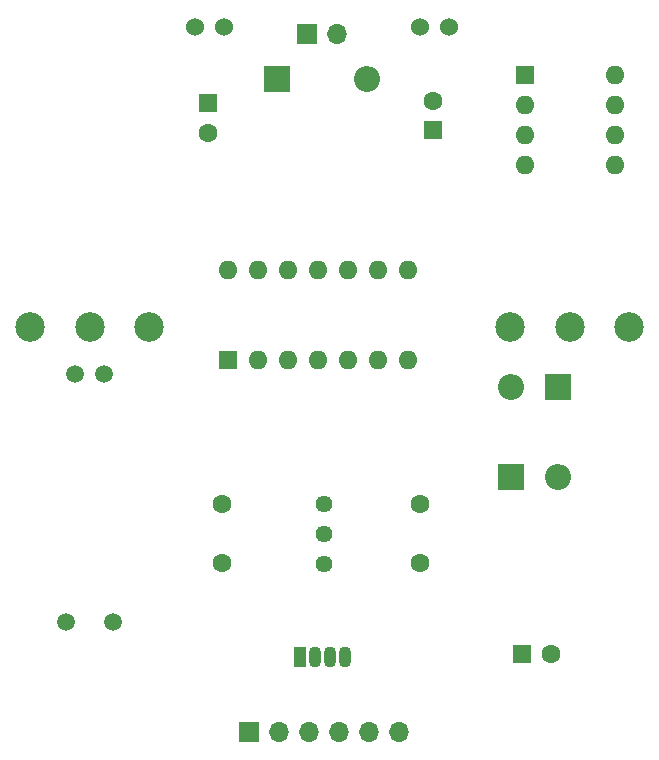
<source format=gbr>
%TF.GenerationSoftware,KiCad,Pcbnew,8.0.0*%
%TF.CreationDate,2025-03-01T13:37:18-05:00*%
%TF.ProjectId,compulator,636f6d70-756c-4617-946f-722e6b696361,rev?*%
%TF.SameCoordinates,Original*%
%TF.FileFunction,Soldermask,Bot*%
%TF.FilePolarity,Negative*%
%FSLAX46Y46*%
G04 Gerber Fmt 4.6, Leading zero omitted, Abs format (unit mm)*
G04 Created by KiCad (PCBNEW 8.0.0) date 2025-03-01 13:37:18*
%MOMM*%
%LPD*%
G01*
G04 APERTURE LIST*
%ADD10C,2.500000*%
%ADD11C,1.600000*%
%ADD12O,1.600000X1.600000*%
%ADD13R,1.600000X1.600000*%
%ADD14C,1.440000*%
%ADD15C,1.500000*%
%ADD16O,1.700000X1.700000*%
%ADD17R,1.700000X1.700000*%
%ADD18C,1.524000*%
%ADD19O,2.200000X2.200000*%
%ADD20R,2.200000X2.200000*%
%ADD21O,1.070000X1.800000*%
%ADD22R,1.070000X1.800000*%
G04 APERTURE END LIST*
D10*
%TO.C,LEVEL1*%
X175340000Y-85080000D03*
X180340000Y-85080000D03*
X185340000Y-85080000D03*
%TD*%
D11*
%TO.C,C6*%
X208280000Y-100096000D03*
X208280000Y-105096000D03*
%TD*%
D12*
%TO.C,U4*%
X192024000Y-80244000D03*
X194564000Y-80244000D03*
X197104000Y-80244000D03*
X199644000Y-80244000D03*
X202184000Y-80244000D03*
X204724000Y-80244000D03*
X207264000Y-80244000D03*
X207264000Y-87864000D03*
X204724000Y-87864000D03*
X202184000Y-87864000D03*
X199644000Y-87864000D03*
X197104000Y-87864000D03*
X194564000Y-87864000D03*
D13*
X192024000Y-87864000D03*
%TD*%
D12*
%TO.C,U1*%
X224800000Y-63764000D03*
X224800000Y-66304000D03*
X224800000Y-68844000D03*
X224800000Y-71384000D03*
X217180000Y-71384000D03*
X217180000Y-68844000D03*
X217180000Y-66304000D03*
D13*
X217180000Y-63764000D03*
%TD*%
D14*
%TO.C,P1*%
X200152000Y-100076000D03*
X200152000Y-102616000D03*
X200152000Y-105156000D03*
%TD*%
D15*
%TO.C,LDR1*%
X179090000Y-89068000D03*
X181590000Y-89068000D03*
X178340000Y-110068000D03*
X182340000Y-110068000D03*
%TD*%
D16*
%TO.C,J4*%
X206502000Y-119380000D03*
X203962000Y-119380000D03*
X201422000Y-119380000D03*
X198882000Y-119380000D03*
X196342000Y-119380000D03*
D17*
X193802000Y-119380000D03*
%TD*%
D18*
%TO.C,J3*%
X189230000Y-59690000D03*
X191730000Y-59690000D03*
%TD*%
%TO.C,J2*%
X210800000Y-59690000D03*
X208300000Y-59690000D03*
%TD*%
D16*
%TO.C,J1*%
X201290000Y-60330000D03*
D17*
X198750000Y-60330000D03*
%TD*%
D19*
%TO.C,D4*%
X216024000Y-90170000D03*
D20*
X216024000Y-97790000D03*
%TD*%
D19*
%TO.C,D3*%
X219964000Y-97790000D03*
D20*
X219964000Y-90170000D03*
%TD*%
D21*
%TO.C,D2*%
X201930000Y-113030000D03*
X200660000Y-113030000D03*
X199390000Y-113030000D03*
D22*
X198120000Y-113030000D03*
%TD*%
D19*
%TO.C,D1*%
X203835000Y-64135000D03*
D20*
X196215000Y-64135000D03*
%TD*%
D10*
%TO.C,COMP1*%
X215980000Y-85080000D03*
X220980000Y-85080000D03*
X225980000Y-85080000D03*
%TD*%
D11*
%TO.C,C5*%
X191516000Y-100096000D03*
X191516000Y-105096000D03*
%TD*%
%TO.C,C4*%
X209432700Y-65962700D03*
D13*
X209432700Y-68462700D03*
%TD*%
D11*
%TO.C,C3*%
X190382700Y-68657300D03*
D13*
X190382700Y-66157300D03*
%TD*%
D11*
%TO.C,C1*%
X219416000Y-112776000D03*
D13*
X216916000Y-112776000D03*
%TD*%
M02*

</source>
